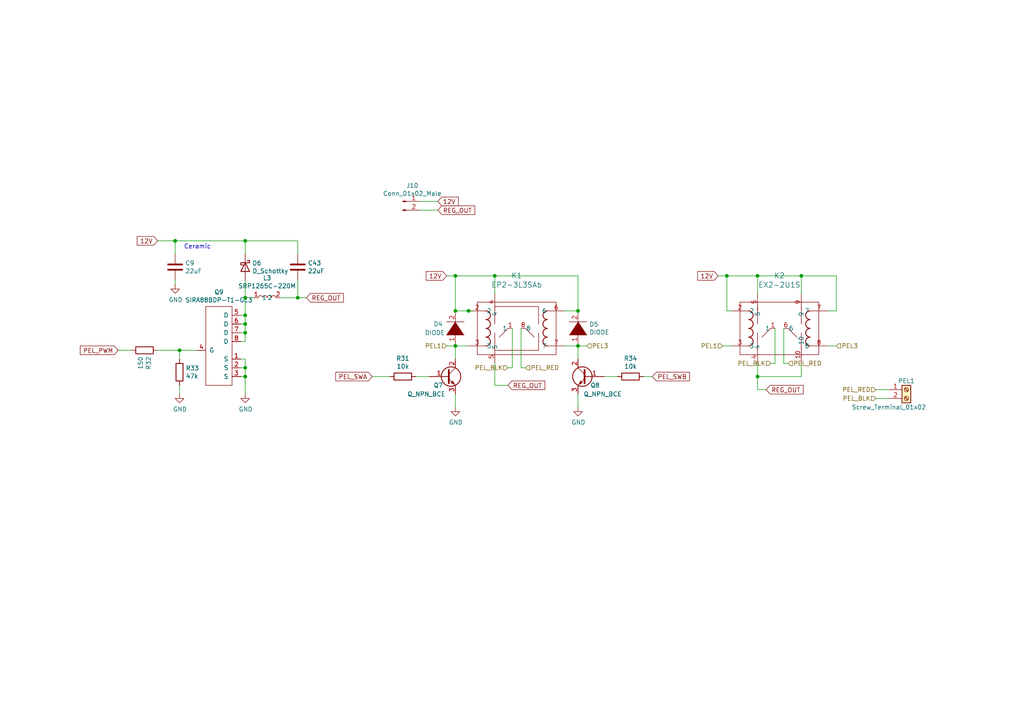
<source format=kicad_sch>
(kicad_sch (version 20211123) (generator eeschema)
  (paper "A4")
  (lib_symbols
    (symbol "Connector:Conn_01x02_Male" (pin_names (offset 1.016) hide)
      (property "Reference" "J" (at 0 2.54 0))
      (property "Value" "Conn_01x02_Male" (at 0 -5.08 0))
      (symbol "Conn_01x02_Male_1_1"
        (polyline (pts (xy 1.27 -2.54) (xy 0.8636 -2.54)) (stroke (width 0.1524)))
        (polyline (pts (xy 1.27 0) (xy 0.8636 0)) (stroke (width 0.1524)))
        (rectangle (start 0.8636 -2.413) (end 0 -2.667) (stroke (width 0.1524)) (fill (type outline)))
        (rectangle (start 0.8636 0.127) (end 0 -0.127) (stroke (width 0.1524)) (fill (type outline)))
        (pin passive line (at 5.08 0 180) (length 3.81) (name "Pin_1") (number "1"))
        (pin passive line (at 5.08 -2.54 180) (length 3.81) (name "Pin_2") (number "2"))
      )
    )
    (symbol "Connector:Screw_Terminal_01x02" (pin_names (offset 1.016) hide)
      (property "Reference" "J" (at 0 2.54 0))
      (property "Value" "Screw_Terminal_01x02" (at 0 -5.08 0))
      (symbol "Screw_Terminal_01x02_1_1"
        (rectangle (start -1.27 1.27) (end 1.27 -3.81) (stroke (width 0.254)) (fill (type background)))
        (circle (center 0 -2.54) (radius 0.635) (stroke (width 0.1524)))
        (polyline (pts (xy -0.5334 -2.2098) (xy 0.3302 -3.048)) (stroke (width 0.1524)))
        (polyline (pts (xy -0.5334 0.3302) (xy 0.3302 -0.508)) (stroke (width 0.1524)))
        (polyline (pts (xy -0.3556 -2.032) (xy 0.508 -2.8702)) (stroke (width 0.1524)))
        (polyline (pts (xy -0.3556 0.508) (xy 0.508 -0.3302)) (stroke (width 0.1524)))
        (circle (center 0 0) (radius 0.635) (stroke (width 0.1524)))
        (pin passive line (at -5.08 0 0) (length 3.81) (name "Pin_1") (number "1"))
        (pin passive line (at -5.08 -2.54 0) (length 3.81) (name "Pin_2") (number "2"))
      )
    )
    (symbol "Device:C" (pin_numbers hide) (pin_names (offset 0.254))
      (property "Reference" "C" (at 0.635 2.54 0))
      (property "Value" "C" (at 0.635 -2.54 0))
      (symbol "C_0_1"
        (polyline (pts (xy -2.032 -0.762) (xy 2.032 -0.762)) (stroke (width 0.508)))
        (polyline (pts (xy -2.032 0.762) (xy 2.032 0.762)) (stroke (width 0.508)))
      )
      (symbol "C_1_1"
        (pin passive line (at 0 3.81 270) (length 2.794) (name "~") (number "1"))
        (pin passive line (at 0 -3.81 90) (length 2.794) (name "~") (number "2"))
      )
    )
    (symbol "Device:D_Schottky" (pin_numbers hide) (pin_names (offset 1.016) hide)
      (property "Reference" "D" (at 0 2.54 0))
      (property "Value" "D_Schottky" (at 0 -2.54 0))
      (symbol "D_Schottky_0_1"
        (polyline (pts (xy 1.27 0) (xy -1.27 0)))
        (polyline (pts (xy 1.27 1.27) (xy 1.27 -1.27) (xy -1.27 0) (xy 1.27 1.27)) (stroke (width 0.254)))
        (polyline (pts (xy -1.905 0.635) (xy -1.905 1.27) (xy -1.27 1.27) (xy -1.27 -1.27) (xy -0.635 -1.27) (xy -0.635 -0.635)) (stroke (width 0.254)))
      )
      (symbol "D_Schottky_1_1"
        (pin passive line (at -3.81 0 0) (length 2.54) (name "K") (number "1"))
        (pin passive line (at 3.81 0 180) (length 2.54) (name "A") (number "2"))
      )
    )
    (symbol "Device:Q_NPN_BCE" (pin_names (offset 0) hide)
      (property "Reference" "Q" (at 5.08 1.27 0))
      (property "Value" "Q_NPN_BCE" (at 5.08 -1.27 0))
      (symbol "Q_NPN_BCE_0_1"
        (polyline (pts (xy 0.635 0.635) (xy 2.54 2.54)))
        (polyline (pts (xy 0.635 -0.635) (xy 2.54 -2.54) (xy 2.54 -2.54)))
        (polyline (pts (xy 0.635 1.905) (xy 0.635 -1.905) (xy 0.635 -1.905)) (stroke (width 0.508)))
        (polyline (pts (xy 1.27 -1.778) (xy 1.778 -1.27) (xy 2.286 -2.286) (xy 1.27 -1.778) (xy 1.27 -1.778)) (fill (type outline)))
        (circle (center 1.27 0) (radius 2.8194) (stroke (width 0.254)))
      )
      (symbol "Q_NPN_BCE_1_1"
        (pin input line (at -5.08 0 0) (length 5.715) (name "B") (number "1"))
        (pin passive line (at 2.54 5.08 270) (length 2.54) (name "C") (number "2"))
        (pin passive line (at 2.54 -5.08 90) (length 2.54) (name "E") (number "3"))
      )
    )
    (symbol "Device:R" (pin_numbers hide) (pin_names (offset 0))
      (property "Reference" "R" (at 2.032 0 90))
      (property "Value" "R" (at 0 0 90))
      (symbol "R_0_1"
        (rectangle (start -1.016 -2.54) (end 1.016 2.54) (stroke (width 0.254)))
      )
      (symbol "R_1_1"
        (pin passive line (at 0 3.81 270) (length 1.27) (name "~") (number "1"))
        (pin passive line (at 0 -3.81 90) (length 1.27) (name "~") (number "2"))
      )
    )
    (symbol "Ninja-qPCR:EP2-3L3SAb" (pin_names (offset 0.254))
      (property "Reference" "K" (at 12.7 21.59 0))
      (property "Value" "Ninja-qPCR_EP2-3L3SAb" (at 12.7 19.05 0))
      (symbol "EP2-3L3SAb_1_1"
        (polyline (pts (xy 2.54 -12.7) (xy 2.54 2.54)))
        (polyline (pts (xy 2.54 2.54) (xy 25.4 2.54)))
        (polyline (pts (xy 7.62 -6.35) (xy 7.62 -11.43)))
        (polyline (pts (xy 7.62 -3.81) (xy 7.62 1.27)))
        (polyline (pts (xy 8.89 -7.62) (xy 11.43 -5.08)))
        (polyline (pts (xy 19.05 -7.62) (xy 16.51 -5.08)))
        (polyline (pts (xy 20.32 -6.35) (xy 20.32 -11.43)))
        (polyline (pts (xy 20.32 -3.81) (xy 20.32 1.27)))
        (polyline (pts (xy 25.4 -12.7) (xy 2.54 -12.7)))
        (polyline (pts (xy 25.4 2.54) (xy 25.4 -12.7)))
        (arc (start 5.08 -10.16) (mid 6.35 -8.89) (end 5.08 -7.62) (stroke (width 0.254)))
        (arc (start 5.08 -7.62) (mid 6.35 -6.35) (end 5.08 -5.08) (stroke (width 0.254)))
        (arc (start 5.08 -5.08) (mid 6.35 -3.81) (end 5.08 -2.54) (stroke (width 0.254)))
        (arc (start 5.08 -2.54) (mid 6.35 -1.27) (end 5.08 0) (stroke (width 0.254)))
        (rectangle (start 20.32 -11.43) (end 7.62 -11.43))
        (rectangle (start 20.32 1.27) (end 7.62 1.27))
        (arc (start 22.86 -7.62) (mid 21.59 -8.89) (end 22.86 -10.16) (stroke (width 0.254)))
        (arc (start 22.86 -5.08) (mid 21.59 -6.35) (end 22.86 -7.62) (stroke (width 0.254)))
        (arc (start 22.86 -2.54) (mid 21.59 -3.81) (end 22.86 -5.08) (stroke (width 0.254)))
        (arc (start 22.86 0) (mid 21.59 -1.27) (end 22.86 -2.54) (stroke (width 0.254)))
        (pin bidirectional line (at 12.7 -5.08 180) (length 1.1938) (name "1") (number "1"))
        (pin bidirectional line (at 0 0 0) (length 5.0038) (name "2") (number "2"))
        (pin bidirectional line (at 0 -10.16 0) (length 5.0038) (name "3") (number "3"))
        (pin bidirectional line (at 7.62 5.08 270) (length 5.0038) (name "4") (number "4"))
        (pin bidirectional line (at 7.62 -15.24 90) (length 3.81) (name "5") (number "5"))
        (pin bidirectional line (at 27.94 0 180) (length 5.0038) (name "6") (number "6"))
        (pin bidirectional line (at 27.94 -10.16 180) (length 5.0038) (name "7") (number "7"))
        (pin bidirectional line (at 15.24 -5.08 0) (length 1.1938) (name "8") (number "8"))
      )
    )
    (symbol "Ninja-qPCR:EX2-2U1S" (pin_names (offset 0.254))
      (property "Reference" "K" (at 12.7 21.59 0))
      (property "Value" "Ninja-qPCR_EX2-2U1S" (at 12.7 19.05 0))
      (symbol "EX2-2U1S_1_1"
        (polyline (pts (xy 2.54 -12.7) (xy 2.54 2.54)))
        (polyline (pts (xy 2.54 2.54) (xy 25.4 2.54)))
        (polyline (pts (xy 7.62 -6.35) (xy 7.62 -11.43)))
        (polyline (pts (xy 7.62 -3.81) (xy 7.62 1.27)))
        (polyline (pts (xy 8.89 -7.62) (xy 11.43 -5.08)))
        (polyline (pts (xy 19.05 -7.62) (xy 16.51 -5.08)))
        (polyline (pts (xy 20.32 -6.35) (xy 20.32 -11.43)))
        (polyline (pts (xy 20.32 -3.81) (xy 20.32 1.27)))
        (polyline (pts (xy 25.4 -12.7) (xy 2.54 -12.7)))
        (polyline (pts (xy 25.4 2.54) (xy 25.4 -12.7)))
        (arc (start 5.08 -10.16) (mid 6.35 -8.89) (end 5.08 -7.62) (stroke (width 0.254)))
        (arc (start 5.08 -7.62) (mid 6.35 -6.35) (end 5.08 -5.08) (stroke (width 0.254)))
        (arc (start 5.08 -5.08) (mid 6.35 -3.81) (end 5.08 -2.54) (stroke (width 0.254)))
        (arc (start 5.08 -2.54) (mid 6.35 -1.27) (end 5.08 0) (stroke (width 0.254)))
        (arc (start 22.86 -7.62) (mid 21.59 -8.89) (end 22.86 -10.16) (stroke (width 0.254)))
        (arc (start 22.86 -5.08) (mid 21.59 -6.35) (end 22.86 -7.62) (stroke (width 0.254)))
        (arc (start 22.86 -2.54) (mid 21.59 -3.81) (end 22.86 -5.08) (stroke (width 0.254)))
        (arc (start 22.86 0) (mid 21.59 -1.27) (end 22.86 -2.54) (stroke (width 0.254)))
        (pin bidirectional line (at 12.7 -5.08 180) (length 1.1938) (name "1") (number "1"))
        (pin bidirectional line (at 20.32 -15.24 90) (length 5.08) (name "10") (number "10"))
        (pin bidirectional line (at 0 0 0) (length 5.0038) (name "2") (number "2"))
        (pin bidirectional line (at 0 -10.16 0) (length 5.0038) (name "3") (number "3"))
        (pin bidirectional line (at 7.62 -15.24 90) (length 3.81) (name "4") (number "4"))
        (pin bidirectional line (at 7.62 5.08 270) (length 5.0038) (name "5") (number "5"))
        (pin bidirectional line (at 15.24 -5.08 0) (length 1.1938) (name "6") (number "6"))
        (pin bidirectional line (at 27.94 0 180) (length 5.0038) (name "7") (number "7"))
        (pin bidirectional line (at 27.94 -10.16 180) (length 5.0038) (name "8") (number "8"))
        (pin bidirectional line (at 20.32 5.08 270) (length 5.08) (name "9") (number "9"))
      )
    )
    (symbol "Ninja-qPCR:SIRA88BDP-T1-GE3" (pin_names (offset 1.016))
      (property "Reference" "Q" (at 0 13.97 0))
      (property "Value" "Ninja-qPCR_SIRA88BDP-T1-GE3" (at 0 11.43 0))
      (symbol "SIRA88BDP-T1-GE3_0_1"
        (rectangle (start 3.81 10.16) (end -3.81 -12.7))
      )
      (symbol "SIRA88BDP-T1-GE3_1_1"
        (pin passive line (at 6.35 -5.08 180) (length 2.54) (name "S") (number "1"))
        (pin passive line (at 6.35 -7.62 180) (length 2.54) (name "S") (number "2"))
        (pin passive line (at 6.35 -10.16 180) (length 2.54) (name "S") (number "3"))
        (pin input line (at -6.35 -2.54 0) (length 2.54) (name "G") (number "4"))
        (pin passive line (at 6.35 7.62 180) (length 2.54) (name "D") (number "5"))
        (pin passive line (at 6.35 5.08 180) (length 2.54) (name "D") (number "6"))
        (pin passive line (at 6.35 2.54 180) (length 2.54) (name "D") (number "7"))
        (pin passive line (at 6.35 0 180) (length 2.54) (name "D") (number "8"))
      )
    )
    (symbol "Ninja-qPCR:SRP1265C-220M" (pin_names (offset 1.016))
      (property "Reference" "L" (at 0 5.08 0))
      (property "Value" "Ninja-qPCR_SRP1265C-220M" (at 0 2.54 0))
      (symbol "SRP1265C-220M_1_1"
        (arc (start -1.27 0) (mid -1.905 0.635) (end -2.54 0))
        (arc (start 0 0) (mid -0.635 0.635) (end -1.27 0))
        (arc (start 1.27 0) (mid 0.635 0.635) (end 0 0))
        (arc (start 2.54 0) (mid 1.905 0.635) (end 1.27 0))
        (pin passive line (at -3.81 0 0) (length 1.27) (name "1") (number "1"))
        (pin passive line (at 3.81 0 180) (length 1.27) (name "2") (number "2"))
      )
    )
    (symbol "power:GND" (power) (pin_names (offset 0))
      (property "Value" "GND" (at 0 -3.81 0))
      (symbol "GND_0_1"
        (polyline (pts (xy 0 0) (xy 0 -1.27) (xy 1.27 -1.27) (xy 0 -2.54) (xy -1.27 -1.27) (xy 0 -1.27)))
      )
      (symbol "GND_1_1"
        (pin power_in line (at 0 0 270) (length 0) hide (name "GND") (number "1"))
      )
    )
    (symbol "pspice:DIODE" (pin_names (offset 1.016) hide)
      (property "Reference" "D" (at 0 3.81 0))
      (property "Value" "DIODE" (at 0 -4.445 0))
      (symbol "DIODE_0_1"
        (polyline (pts (xy 1.905 2.54) (xy 1.905 -2.54)))
        (polyline (pts (xy -1.905 2.54) (xy -1.905 -2.54) (xy 1.905 0)) (fill (type outline)))
      )
      (symbol "DIODE_1_1"
        (pin input line (at -5.08 0 0) (length 3.81) (name "K") (number "1"))
        (pin input line (at 5.08 0 180) (length 3.81) (name "A") (number "2"))
      )
    )
  )
  (junction (at 219.71 109.22))
  (junction (at 71.12 91.44))
  (junction (at 210.82 80.01))
  (junction (at 132.08 90.17))
  (junction (at 71.12 93.98))
  (junction (at 71.12 106.68))
  (junction (at 71.12 96.52))
  (junction (at 132.08 80.01))
  (junction (at 86.36 86.36))
  (junction (at 167.64 100.33))
  (junction (at 232.41 80.01))
  (junction (at 52.07 101.6))
  (junction (at 132.08 100.33))
  (junction (at 135.89 90.17))
  (junction (at 71.12 109.22))
  (junction (at 143.51 80.01))
  (junction (at 71.12 86.36))
  (junction (at 50.8 69.85))
  (junction (at 219.71 80.01))
  (junction (at 167.64 90.17))
  (junction (at 71.12 69.85))
  (wire (pts (xy 132.08 80.01) (xy 132.08 90.17)))
  (wire (pts (xy 232.41 80.01) (xy 242.57 80.01)))
  (wire (pts (xy 45.72 101.6) (xy 52.07 101.6)))
  (wire (pts (xy 71.12 81.28) (xy 71.12 86.36)))
  (wire (pts (xy 71.12 86.36) (xy 71.12 91.44)))
  (wire (pts (xy 121.92 60.96) (xy 127 60.96)))
  (wire (pts (xy 69.85 109.22) (xy 71.12 109.22)))
  (wire (pts (xy 135.89 90.17) (xy 132.08 90.17)))
  (wire (pts (xy 71.12 91.44) (xy 71.12 93.98)))
  (wire (pts (xy 210.82 90.17) (xy 212.09 90.17)))
  (wire (pts (xy 50.8 69.85) (xy 71.12 69.85)))
  (wire (pts (xy 179.07 109.22) (xy 175.26 109.22)))
  (wire (pts (xy 73.66 86.36) (xy 71.12 86.36)))
  (wire (pts (xy 147.32 106.68) (xy 148.59 106.68)))
  (wire (pts (xy 71.12 109.22) (xy 71.12 114.3)))
  (wire (pts (xy 167.64 80.01) (xy 167.64 90.17)))
  (wire (pts (xy 50.8 69.85) (xy 50.8 73.66)))
  (wire (pts (xy 71.12 99.06) (xy 69.85 99.06)))
  (wire (pts (xy 152.4 106.68) (xy 151.13 106.68)))
  (wire (pts (xy 52.07 104.14) (xy 52.07 101.6)))
  (wire (pts (xy 224.79 95.25) (xy 224.79 105.41)))
  (wire (pts (xy 69.85 91.44) (xy 71.12 91.44)))
  (wire (pts (xy 71.12 93.98) (xy 71.12 96.52)))
  (wire (pts (xy 167.64 100.33) (xy 163.83 100.33)))
  (wire (pts (xy 232.41 109.22) (xy 219.71 109.22)))
  (wire (pts (xy 69.85 96.52) (xy 71.12 96.52)))
  (wire (pts (xy 71.12 96.52) (xy 71.12 99.06)))
  (wire (pts (xy 224.79 105.41) (xy 223.52 105.41)))
  (wire (pts (xy 71.12 104.14) (xy 71.12 106.68)))
  (wire (pts (xy 219.71 80.01) (xy 232.41 80.01)))
  (wire (pts (xy 143.51 105.41) (xy 143.51 111.76)))
  (wire (pts (xy 113.03 109.22) (xy 107.95 109.22)))
  (wire (pts (xy 69.85 106.68) (xy 71.12 106.68)))
  (wire (pts (xy 143.51 80.01) (xy 132.08 80.01)))
  (wire (pts (xy 69.85 93.98) (xy 71.12 93.98)))
  (wire (pts (xy 143.51 80.01) (xy 143.51 85.09)))
  (wire (pts (xy 88.9 86.36) (xy 86.36 86.36)))
  (wire (pts (xy 227.33 105.41) (xy 228.6 105.41)))
  (wire (pts (xy 219.71 105.41) (xy 219.71 109.22)))
  (wire (pts (xy 132.08 80.01) (xy 129.54 80.01)))
  (wire (pts (xy 86.36 73.66) (xy 86.36 69.85)))
  (wire (pts (xy 71.12 69.85) (xy 71.12 73.66)))
  (wire (pts (xy 151.13 95.25) (xy 151.13 106.68)))
  (wire (pts (xy 232.41 80.01) (xy 232.41 85.09)))
  (wire (pts (xy 86.36 69.85) (xy 71.12 69.85)))
  (wire (pts (xy 210.82 80.01) (xy 219.71 80.01)))
  (wire (pts (xy 52.07 114.3) (xy 52.07 111.76)))
  (wire (pts (xy 50.8 82.55) (xy 50.8 81.28)))
  (wire (pts (xy 163.83 90.17) (xy 167.64 90.17)))
  (wire (pts (xy 71.12 106.68) (xy 71.12 109.22)))
  (wire (pts (xy 167.64 80.01) (xy 143.51 80.01)))
  (wire (pts (xy 148.59 95.25) (xy 148.59 106.68)))
  (wire (pts (xy 227.33 95.25) (xy 227.33 105.41)))
  (wire (pts (xy 69.85 104.14) (xy 71.12 104.14)))
  (wire (pts (xy 167.64 114.3) (xy 167.64 118.11)))
  (wire (pts (xy 86.36 86.36) (xy 81.28 86.36)))
  (wire (pts (xy 210.82 80.01) (xy 210.82 90.17)))
  (wire (pts (xy 45.72 69.85) (xy 50.8 69.85)))
  (wire (pts (xy 219.71 109.22) (xy 219.71 113.03)))
  (wire (pts (xy 52.07 101.6) (xy 57.15 101.6)))
  (wire (pts (xy 132.08 100.33) (xy 132.08 104.14)))
  (wire (pts (xy 186.69 109.22) (xy 189.23 109.22)))
  (wire (pts (xy 137.16 90.17) (xy 135.89 90.17)))
  (wire (pts (xy 143.51 111.76) (xy 147.32 111.76)))
  (wire (pts (xy 219.71 113.03) (xy 222.25 113.03)))
  (wire (pts (xy 135.89 100.33) (xy 132.08 100.33)))
  (wire (pts (xy 167.64 100.33) (xy 167.64 104.14)))
  (wire (pts (xy 219.71 80.01) (xy 219.71 85.09)))
  (wire (pts (xy 232.41 105.41) (xy 232.41 109.22)))
  (wire (pts (xy 240.03 90.17) (xy 242.57 90.17)))
  (wire (pts (xy 209.55 100.33) (xy 212.09 100.33)))
  (wire (pts (xy 242.57 80.01) (xy 242.57 90.17)))
  (wire (pts (xy 257.81 115.57) (xy 254 115.57)))
  (wire (pts (xy 127 58.42) (xy 121.92 58.42)))
  (wire (pts (xy 257.81 113.03) (xy 254 113.03)))
  (wire (pts (xy 240.03 100.33) (xy 242.57 100.33)))
  (wire (pts (xy 124.46 109.22) (xy 120.65 109.22)))
  (wire (pts (xy 208.28 80.01) (xy 210.82 80.01)))
  (wire (pts (xy 86.36 81.28) (xy 86.36 86.36)))
  (wire (pts (xy 129.54 100.33) (xy 132.08 100.33)))
  (wire (pts (xy 167.64 100.33) (xy 170.18 100.33)))
  (wire (pts (xy 132.08 114.3) (xy 132.08 118.11)))
  (wire (pts (xy 34.29 101.6) (xy 38.1 101.6)))
  (text "Ceramic" (at 53.34 72.39 0) (effects (font (size 1.27 1.27)) (justify left bottom)))
  (global_label "PEL_PWM" (shape input) (at 34.29 101.6 180) (property "Intersheet References" "${INTERSHEET_REFS}" (effects hide)))
  (global_label "12V" (shape input) (at 129.54 80.01 180) (property "Intersheet References" "${INTERSHEET_REFS}" (effects hide)))
  (global_label "PEL_SWB" (shape input) (at 189.23 109.22 0) (property "Intersheet References" "${INTERSHEET_REFS}" (effects hide)))
  (global_label "REG_OUT" (shape input) (at 88.9 86.36 0) (property "Intersheet References" "${INTERSHEET_REFS}" (effects hide)))
  (global_label "12V" (shape input) (at 45.72 69.85 180) (property "Intersheet References" "${INTERSHEET_REFS}" (effects hide)))
  (global_label "12V" (shape input) (at 127 58.42 0) (property "Intersheet References" "${INTERSHEET_REFS}" (effects hide)))
  (global_label "REG_OUT" (shape input) (at 147.32 111.76 0) (property "Intersheet References" "${INTERSHEET_REFS}" (effects hide)))
  (global_label "REG_OUT" (shape input) (at 222.25 113.03 0) (property "Intersheet References" "${INTERSHEET_REFS}" (effects hide)))
  (global_label "REG_OUT" (shape input) (at 127 60.96 0) (property "Intersheet References" "${INTERSHEET_REFS}" (effects hide)))
  (global_label "PEL_SWA" (shape input) (at 107.95 109.22 180) (property "Intersheet References" "${INTERSHEET_REFS}" (effects hide)))
  (global_label "12V" (shape input) (at 208.28 80.01 180) (property "Intersheet References" "${INTERSHEET_REFS}" (effects hide)))
  (hierarchical_label "PEL_RED" (shape input) (at 228.6 105.41 0))
  (hierarchical_label "PEL_BLK" (shape input) (at 254 115.57 180))
  (hierarchical_label "PEL1" (shape input) (at 129.54 100.33 180))
  (hierarchical_label "PEL3" (shape input) (at 170.18 100.33 0))
  (hierarchical_label "PEL_RED" (shape input) (at 254 113.03 180))
  (hierarchical_label "PEL_RED" (shape input) (at 152.4 106.68 0))
  (hierarchical_label "PEL_BLK" (shape input) (at 223.52 105.41 180))
  (hierarchical_label "PEL3" (shape input) (at 242.57 100.33 0))
  (hierarchical_label "PEL1" (shape input) (at 209.55 100.33 180))
  (hierarchical_label "PEL_BLK" (shape input) (at 147.32 106.68 180))
  (symbol (lib_id "pspice:DIODE") (at 167.64 95.25 90) (unit 1)
    (property "Reference" "D5" (at 170.8912 94.0816 90) (effects (justify right)))
    (property "Value" "DIODE" (at 170.8912 96.393 90) (effects (justify right)))
    (property "Footprint" "Diodes_SMD:D_SMA" (effects hide))
  )
  (symbol (lib_id "pspice:DIODE") (at 132.08 95.25 270) (mirror x) (unit 1)
    (property "Reference" "D4" (at 125.73 93.98 90) (effects (justify left)))
    (property "Value" "DIODE" (at 123.19 96.52 90) (effects (justify left)))
    (property "Footprint" "Diodes_SMD:D_SMA" (effects hide))
  )
  (symbol (lib_id "Connector:Screw_Terminal_01x02") (at 262.89 113.03 0)
    (property "Reference" "PEL1" (at 262.89 110.49 0))
    (property "Value" "Screw_Terminal_01x02" (at 257.81 118.11 0))
    (property "Footprint" "Ninja-qPCR:TB_SeeedOPL_320110028" (effects hide))
  )
  (symbol (lib_id "Device:Q_NPN_BCE") (at 129.54 109.22 0) (unit 1)
    (property "Reference" "Q7" (at 125.73 111.76 0) (effects (justify left)))
    (property "Value" "Q_NPN_BCE" (at 118.11 114.3 0) (effects (justify left)))
    (property "Footprint" "TO_SOT_Packages_SMD:SOT-23" (effects hide))
  )
  (symbol (lib_id "Device:R") (at 182.88 109.22 270)
    (property "Reference" "R34" (at 182.88 103.9622 90))
    (property "Value" "10k" (at 182.88 106.2736 90))
    (property "Footprint" "Resistors_SMD:R_0603" (effects hide))
  )
  (symbol (lib_id "Device:Q_NPN_BCE") (at 170.18 109.22 0) (mirror y) (unit 1)
    (property "Reference" "Q8" (at 173.99 111.76 0) (effects (justify left)))
    (property "Value" "Q_NPN_BCE" (at 180.34 114.3 0) (effects (justify left)))
    (property "Footprint" "TO_SOT_Packages_SMD:SOT-23" (effects hide))
  )
  (symbol (lib_id "power:GND") (at 132.08 118.11 0)
    (property "Reference" "#PWR0109" (effects hide))
    (property "Value" "GND" (at 132.207 122.5042 0))
  )
  (symbol (lib_id "Device:R") (at 116.84 109.22 270)
    (property "Reference" "R31" (at 116.84 103.9622 90))
    (property "Value" "10k" (at 116.84 106.2736 90))
    (property "Footprint" "Resistors_SMD:R_0603" (effects hide))
  )
  (symbol (lib_id "Ninja-qPCR:EP2-3L3SAb") (at 135.89 90.17 0) (unit 1)
    (property "Reference" "K1" (at 149.86 79.9338 0) (effects (font (size 1.524 1.524))))
    (property "Value" "EP2-3L3SAb" (at 149.86 82.6262 0) (effects (font (size 1.524 1.524))))
    (property "Footprint" "Ninja-qPCR:EP2-3L3SAb" (effects hide))
  )
  (symbol (lib_id "Ninja-qPCR:EX2-2U1S") (at 212.09 90.17 0) (unit 1)
    (property "Reference" "K2" (at 226.06 79.9338 0) (effects (font (size 1.524 1.524))))
    (property "Value" "EX2-2U1S" (at 226.06 82.6262 0) (effects (font (size 1.524 1.524))))
    (property "Footprint" "Ninja-qPCR:EX2-2U1S" (effects hide))
  )
  (symbol (lib_id "power:GND") (at 167.64 118.11 0)
    (property "Reference" "#PWR0112" (effects hide))
    (property "Value" "GND" (at 167.767 122.5042 0))
  )
  (symbol (lib_id "Ninja-qPCR:SRP1265C-220M") (at 77.47 86.36 0)
    (property "Reference" "L3" (at 77.47 80.645 0))
    (property "Value" "SRP1265C-220M" (at 77.47 82.9564 0))
    (property "Footprint" "Ninja-qPCR:SRP1265C" (effects hide))
    (property "Datasheet" "https://www.digikey.com/en/products/detail/bourns-inc/srp1265c-220m/11633469" (effects hide))
  )
  (symbol (lib_id "power:GND") (at 52.07 114.3 0)
    (property "Reference" "#PWR0101" (effects hide))
    (property "Value" "GND" (at 52.197 118.6942 0))
  )
  (symbol (lib_id "Device:R") (at 52.07 107.95 0)
    (property "Reference" "R33" (at 53.848 106.7816 0) (effects (justify left)))
    (property "Value" "47k" (at 53.848 109.093 0) (effects (justify left)))
    (property "Footprint" "Resistors_SMD:R_0603" (effects hide))
  )
  (symbol (lib_id "Ninja-qPCR:SIRA88BDP-T1-GE3") (at 63.5 99.06 0)
    (property "Reference" "Q9" (at 63.5 84.709 0))
    (property "Value" "SIRA88BDP-T1-GE3" (at 63.5 87.0204 0))
    (property "Footprint" "Ninja-qPCR:PowerPAK_SO-8_Long" (effects hide))
    (property "Datasheet" "https://www.digikey.com/en/products/detail/vishay-siliconix/SIRA88BDP-T1-GE3/10321634?s=N4IgTCBcDaIMoEkBKBBAHGgQgEQAogF0BfIA" (effects hide))
  )
  (symbol (lib_id "power:GND") (at 50.8 82.55 0)
    (property "Reference" "#PWR0102" (effects hide))
    (property "Value" "GND" (at 50.927 86.9442 0))
  )
  (symbol (lib_id "Device:C") (at 50.8 77.47 0)
    (property "Reference" "C9" (at 53.721 76.3016 0) (effects (justify left)))
    (property "Value" "22uF" (at 53.721 78.613 0) (effects (justify left)))
    (property "Footprint" "Capacitors_SMD:C_1210" (effects hide))
  )
  (symbol (lib_id "Device:C") (at 86.36 77.47 0)
    (property "Reference" "C43" (at 89.281 76.3016 0) (effects (justify left)))
    (property "Value" "22uF" (at 89.281 78.613 0) (effects (justify left)))
    (property "Footprint" "Capacitors_SMD:C_1210" (effects hide))
  )
  (symbol (lib_id "Device:D_Schottky") (at 71.12 77.47 270)
    (property "Reference" "D6" (at 73.152 76.3016 90) (effects (justify left)))
    (property "Value" "D_Schottky" (at 73.152 78.613 90) (effects (justify left)))
    (property "Footprint" "Ninja-qPCR:MSS1P3L-M3&slash_89A" (effects hide))
  )
  (symbol (lib_id "power:GND") (at 71.12 114.3 0)
    (property "Reference" "#PWR0103" (effects hide))
    (property "Value" "GND" (at 71.247 118.6942 0))
  )
  (symbol (lib_id "Device:R") (at 41.91 101.6 270)
    (property "Reference" "R32" (at 43.0784 103.378 0) (effects (justify left)))
    (property "Value" "150" (at 40.767 103.378 0) (effects (justify left)))
    (property "Footprint" "Resistors_SMD:R_0603" (effects hide))
  )
  (symbol (lib_id "Connector:Conn_01x02_Male") (at 116.84 58.42 0) (unit 1)
    (property "Reference" "J10" (at 119.5832 53.8226 0))
    (property "Value" "Conn_01x02_Male" (at 119.5832 56.134 0))
    (property "Footprint" "Pin_Headers:Pin_Header_Straight_1x02_Pitch2.54mm" (effects hide))
  )
)
</source>
